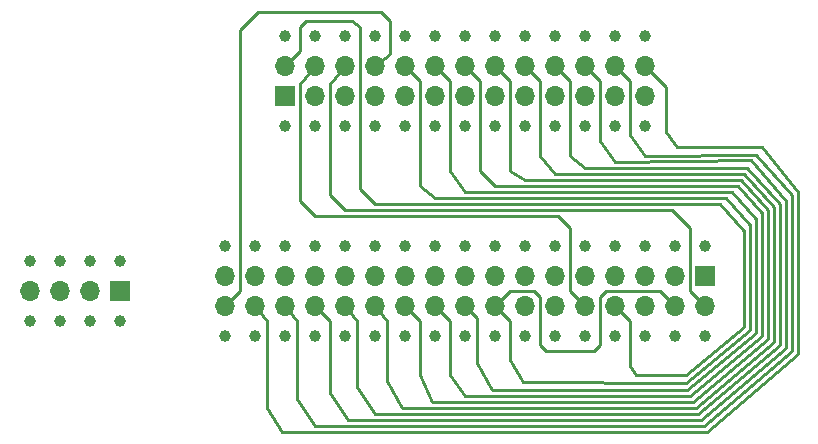
<source format=gbr>
G04 #@! TF.GenerationSoftware,KiCad,Pcbnew,(5.1.2)-2*
G04 #@! TF.CreationDate,2020-11-22T10:01:50+00:00*
G04 #@! TF.ProjectId,26-pin to 34-pin Amiga Floppy Adapter,32362d70-696e-4207-946f-2033342d7069,rev?*
G04 #@! TF.SameCoordinates,Original*
G04 #@! TF.FileFunction,Copper,L1,Top*
G04 #@! TF.FilePolarity,Positive*
%FSLAX46Y46*%
G04 Gerber Fmt 4.6, Leading zero omitted, Abs format (unit mm)*
G04 Created by KiCad (PCBNEW (5.1.2)-2) date 2020-11-22 10:01:50*
%MOMM*%
%LPD*%
G04 APERTURE LIST*
%ADD10C,1.000000*%
%ADD11O,1.700000X1.700000*%
%ADD12R,1.700000X1.700000*%
%ADD13C,0.250000*%
G04 APERTURE END LIST*
D10*
X132080000Y-97790000D03*
X134620000Y-97790000D03*
X137160000Y-97790000D03*
X139700000Y-97790000D03*
X142240000Y-97790000D03*
X144780000Y-97790000D03*
X147320000Y-97790000D03*
X111760000Y-107950000D03*
X114300000Y-107950000D03*
X116840000Y-107950000D03*
X119380000Y-107950000D03*
X121920000Y-107950000D03*
X124460000Y-107950000D03*
X127000000Y-107950000D03*
X129540000Y-107950000D03*
X132080000Y-107950000D03*
X134620000Y-107950000D03*
X137160000Y-107950000D03*
X139700000Y-107950000D03*
X142240000Y-107950000D03*
X144780000Y-107950000D03*
X147320000Y-90170000D03*
X144780000Y-90170000D03*
X142240000Y-90170000D03*
X139700000Y-90170000D03*
X137160000Y-90170000D03*
X134620000Y-90170000D03*
X132080000Y-90170000D03*
X129540000Y-90170000D03*
X127000000Y-90170000D03*
X124460000Y-90170000D03*
X121920000Y-90170000D03*
X119380000Y-90170000D03*
X116840000Y-90170000D03*
X129540000Y-97790000D03*
X127000000Y-97790000D03*
X124460000Y-97790000D03*
X121920000Y-97790000D03*
X119380000Y-97790000D03*
X116840000Y-97790000D03*
X102870000Y-114300000D03*
X100330000Y-114300000D03*
X97790000Y-114300000D03*
X95250000Y-114300000D03*
X95250000Y-109220000D03*
X102870000Y-109220000D03*
X100330000Y-109220000D03*
X97790000Y-109220000D03*
X147320000Y-107950000D03*
X149860000Y-107950000D03*
X152400000Y-107950000D03*
X111760000Y-115570000D03*
X114300000Y-115570000D03*
X116840000Y-115570000D03*
X119380000Y-115570000D03*
X121920000Y-115570000D03*
X124460000Y-115570000D03*
X127000000Y-115570000D03*
X129540000Y-115570000D03*
X132080000Y-115570000D03*
X134620000Y-115570000D03*
X137160000Y-115570000D03*
X139700000Y-115570000D03*
X142240000Y-115570000D03*
X144780000Y-115570000D03*
X147320000Y-115570000D03*
X149860000Y-115570000D03*
X152400000Y-115570000D03*
D11*
X111760000Y-113030000D03*
X111760000Y-110490000D03*
X114300000Y-113030000D03*
X114300000Y-110490000D03*
X116840000Y-113030000D03*
X116840000Y-110490000D03*
X119380000Y-113030000D03*
X119380000Y-110490000D03*
X121920000Y-113030000D03*
X121920000Y-110490000D03*
X124460000Y-113030000D03*
X124460000Y-110490000D03*
X127000000Y-113030000D03*
X127000000Y-110490000D03*
X129540000Y-113030000D03*
X129540000Y-110490000D03*
X132080000Y-113030000D03*
X132080000Y-110490000D03*
X134620000Y-113030000D03*
X134620000Y-110490000D03*
X137160000Y-113030000D03*
X137160000Y-110490000D03*
X139700000Y-113030000D03*
X139700000Y-110490000D03*
X142240000Y-113030000D03*
X142240000Y-110490000D03*
X144780000Y-113030000D03*
X144780000Y-110490000D03*
X147320000Y-113030000D03*
X147320000Y-110490000D03*
X149860000Y-113030000D03*
X149860000Y-110490000D03*
X152400000Y-113030000D03*
D12*
X152400000Y-110490000D03*
D11*
X147320000Y-92710000D03*
X147320000Y-95250000D03*
X144780000Y-92710000D03*
X144780000Y-95250000D03*
X142240000Y-92710000D03*
X142240000Y-95250000D03*
X139700000Y-92710000D03*
X139700000Y-95250000D03*
X137160000Y-92710000D03*
X137160000Y-95250000D03*
X134620000Y-92710000D03*
X134620000Y-95250000D03*
X132080000Y-92710000D03*
X132080000Y-95250000D03*
X129540000Y-92710000D03*
X129540000Y-95250000D03*
X127000000Y-92710000D03*
X127000000Y-95250000D03*
X124460000Y-92710000D03*
X124460000Y-95250000D03*
X121920000Y-92710000D03*
X121920000Y-95250000D03*
X119380000Y-92710000D03*
X119380000Y-95250000D03*
X116840000Y-92710000D03*
D12*
X116840000Y-95250000D03*
D11*
X95250000Y-111760000D03*
X97790000Y-111760000D03*
X100330000Y-111760000D03*
D12*
X102870000Y-111760000D03*
D13*
X115316000Y-114300000D02*
X114300000Y-113030000D01*
X115316000Y-121666000D02*
X115316000Y-114300000D01*
X116586000Y-123698000D02*
X115316000Y-121666000D01*
X160274000Y-117094000D02*
X152623430Y-123728570D01*
X149098000Y-94488000D02*
X149098000Y-98298000D01*
X147320000Y-92710000D02*
X149098000Y-94488000D01*
X152623430Y-123728570D02*
X116586000Y-123698000D01*
X149098000Y-98298000D02*
X150057407Y-99624593D01*
X150057407Y-99624593D02*
X157226000Y-99568000D01*
X157226000Y-99568000D02*
X160274000Y-103378000D01*
X160274000Y-103378000D02*
X160274000Y-117094000D01*
X117856000Y-114300000D02*
X116840000Y-113030000D01*
X117856000Y-120904000D02*
X117856000Y-114300000D01*
X152367962Y-123222038D02*
X119380000Y-123190000D01*
X159766000Y-116840000D02*
X152367962Y-123222038D01*
X119380000Y-123190000D02*
X117856000Y-120904000D01*
X146050000Y-93980000D02*
X146050000Y-98552000D01*
X144780000Y-92710000D02*
X146050000Y-93980000D01*
X146050000Y-98552000D02*
X147320000Y-100330000D01*
X147320000Y-100330000D02*
X156789437Y-100258563D01*
X156789437Y-100258563D02*
X159766000Y-103632000D01*
X159766000Y-103632000D02*
X159766000Y-116840000D01*
X120650000Y-114300000D02*
X119380000Y-113030000D01*
X120650000Y-120396000D02*
X120650000Y-114300000D01*
X159258000Y-116586000D02*
X152112363Y-122715637D01*
X143510000Y-93980000D02*
X143510000Y-99060000D01*
X143510000Y-99060000D02*
X144780000Y-100838000D01*
X152112363Y-122715637D02*
X122174000Y-122682000D01*
X144780000Y-100838000D02*
X156309785Y-100738215D01*
X156309785Y-100738215D02*
X159258000Y-104140000D01*
X122174000Y-122682000D02*
X120650000Y-120396000D01*
X142240000Y-92710000D02*
X143510000Y-93980000D01*
X159258000Y-104140000D02*
X159258000Y-116586000D01*
X122936000Y-119888000D02*
X122936000Y-114300000D01*
X151856569Y-122209431D02*
X124460000Y-122174000D01*
X122936000Y-114300000D02*
X121920000Y-113030000D01*
X158750000Y-116332000D02*
X151856569Y-122209431D01*
X140970000Y-93980000D02*
X140970000Y-100330000D01*
X139700000Y-92710000D02*
X140970000Y-93980000D01*
X140970000Y-100330000D02*
X142240000Y-101346000D01*
X124460000Y-122174000D02*
X122936000Y-119888000D01*
X142240000Y-101346000D02*
X155956000Y-101346000D01*
X155956000Y-101346000D02*
X158750000Y-104394000D01*
X158750000Y-104394000D02*
X158750000Y-116332000D01*
X125476000Y-114300000D02*
X124460000Y-113030000D01*
X125476000Y-119380000D02*
X125476000Y-114300000D01*
X151638000Y-121666000D02*
X126746000Y-121666000D01*
X158242000Y-116078000D02*
X151638000Y-121666000D01*
X137160000Y-92710000D02*
X138430000Y-93980000D01*
X139700000Y-101854000D02*
X155702000Y-101854000D01*
X138430000Y-93980000D02*
X138430000Y-100330000D01*
X138430000Y-100330000D02*
X139700000Y-101854000D01*
X155702000Y-101854000D02*
X158242000Y-104648000D01*
X126746000Y-121666000D02*
X125476000Y-119380000D01*
X158242000Y-104648000D02*
X158242000Y-116078000D01*
X128270000Y-114300000D02*
X127000000Y-113030000D01*
X128270000Y-118872000D02*
X128270000Y-114300000D01*
X129286000Y-121158000D02*
X128270000Y-118872000D01*
X151384000Y-121158000D02*
X129286000Y-121158000D01*
X157734000Y-115824000D02*
X151384000Y-121158000D01*
X135890000Y-93980000D02*
X135890000Y-101600000D01*
X134620000Y-92710000D02*
X135890000Y-93980000D01*
X135890000Y-101600000D02*
X137160000Y-102362000D01*
X137160000Y-102362000D02*
X155448000Y-102362000D01*
X155448000Y-102362000D02*
X157734000Y-104902000D01*
X157734000Y-104902000D02*
X157734000Y-115824000D01*
X130810000Y-118872000D02*
X130810000Y-114300000D01*
X132080000Y-120650000D02*
X130810000Y-118872000D01*
X130810000Y-114300000D02*
X129540000Y-113030000D01*
X151130000Y-120650000D02*
X132080000Y-120650000D01*
X157226000Y-115570000D02*
X151130000Y-120650000D01*
X132080000Y-92710000D02*
X133350000Y-93980000D01*
X133350000Y-101600000D02*
X134620000Y-102870000D01*
X134620000Y-102870000D02*
X155194000Y-102870000D01*
X133350000Y-93980000D02*
X133350000Y-101600000D01*
X155194000Y-102870000D02*
X157226000Y-105156000D01*
X157226000Y-105156000D02*
X157226000Y-115570000D01*
X133096000Y-114046000D02*
X132080000Y-113030000D01*
X133096000Y-117856000D02*
X133096000Y-114046000D01*
X150876000Y-120142000D02*
X134366000Y-120142000D01*
X156718000Y-115316000D02*
X150876000Y-120142000D01*
X130810000Y-93980000D02*
X130810000Y-101600000D01*
X129540000Y-92710000D02*
X130810000Y-93980000D01*
X130810000Y-101600000D02*
X132080000Y-103378000D01*
X132080000Y-103378000D02*
X154686000Y-103378000D01*
X134366000Y-120142000D02*
X133096000Y-117856000D01*
X154686000Y-103378000D02*
X156718000Y-105664000D01*
X156718000Y-105664000D02*
X156718000Y-115316000D01*
X135890000Y-111760000D02*
X134620000Y-113030000D01*
X137922000Y-111760000D02*
X135890000Y-111760000D01*
X138430000Y-116332000D02*
X138430000Y-112268000D01*
X138938000Y-116840000D02*
X138430000Y-116332000D01*
X148590000Y-111760000D02*
X144018000Y-111760000D01*
X149860000Y-113030000D02*
X148590000Y-111760000D01*
X144018000Y-111760000D02*
X143510000Y-112268000D01*
X138430000Y-112268000D02*
X137922000Y-111760000D01*
X143510000Y-112268000D02*
X143510000Y-116332000D01*
X143510000Y-116332000D02*
X143002000Y-116840000D01*
X143002000Y-116840000D02*
X138938000Y-116840000D01*
X135890000Y-114300000D02*
X134620000Y-113030000D01*
X137062308Y-119477692D02*
X135890000Y-117602000D01*
X150790527Y-119548527D02*
X137062308Y-119477692D01*
X156210000Y-115062000D02*
X150790527Y-119548527D01*
X135890000Y-117602000D02*
X135890000Y-114300000D01*
X128270000Y-93980000D02*
X128270000Y-102870000D01*
X127000000Y-92710000D02*
X128270000Y-93980000D01*
X128270000Y-102870000D02*
X129540000Y-103886000D01*
X154178000Y-103886000D02*
X156210000Y-106172000D01*
X129540000Y-103886000D02*
X154178000Y-103886000D01*
X156210000Y-106172000D02*
X156210000Y-115062000D01*
X113030000Y-111760000D02*
X113030000Y-89662000D01*
X111760000Y-113030000D02*
X113030000Y-111760000D01*
X113030000Y-89662000D02*
X114554000Y-88138000D01*
X125730000Y-91694000D02*
X124460000Y-92710000D01*
X114554000Y-88138000D02*
X124968000Y-88138000D01*
X124968000Y-88138000D02*
X125730000Y-88900000D01*
X125730000Y-88900000D02*
X125730000Y-91694000D01*
X151130000Y-111760000D02*
X152400000Y-113030000D01*
X120650000Y-94234000D02*
X120650000Y-103632000D01*
X121920000Y-92710000D02*
X120650000Y-94234000D01*
X120650000Y-103632000D02*
X121920000Y-104902000D01*
X121920000Y-104902000D02*
X149606000Y-104902000D01*
X149606000Y-104902000D02*
X151130000Y-106426000D01*
X151130000Y-106426000D02*
X151130000Y-111760000D01*
X140970000Y-111760000D02*
X142240000Y-113030000D01*
X118110000Y-94234000D02*
X118110000Y-104140000D01*
X119380000Y-92710000D02*
X118110000Y-94234000D01*
X118110000Y-104140000D02*
X119380000Y-105410000D01*
X119380000Y-105410000D02*
X139954000Y-105410000D01*
X139954000Y-105410000D02*
X140970000Y-106426000D01*
X140970000Y-106426000D02*
X140970000Y-111760000D01*
X146558000Y-118872000D02*
X146050000Y-118110000D01*
X150837773Y-118910227D02*
X146558000Y-118872000D01*
X155702000Y-114808000D02*
X150837773Y-118910227D01*
X155702000Y-106680000D02*
X155702000Y-114808000D01*
X153670000Y-104394000D02*
X155702000Y-106680000D01*
X123190000Y-103124000D02*
X124460000Y-104394000D01*
X118110000Y-91440000D02*
X118110000Y-89408000D01*
X124460000Y-104394000D02*
X153670000Y-104394000D01*
X116840000Y-92710000D02*
X118110000Y-91440000D01*
X146050000Y-118110000D02*
X146050000Y-114300000D01*
X118110000Y-89408000D02*
X118618000Y-88900000D01*
X146050000Y-114300000D02*
X144780000Y-113030000D01*
X118618000Y-88900000D02*
X122555000Y-88900000D01*
X122555000Y-88900000D02*
X123190000Y-89408000D01*
X123190000Y-89408000D02*
X123190000Y-103124000D01*
M02*

</source>
